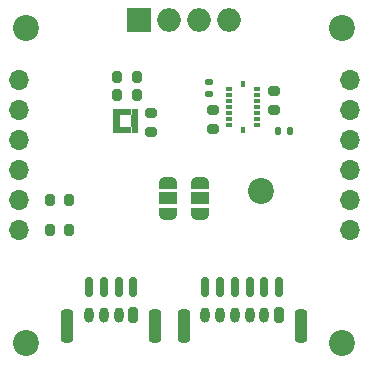
<source format=gts>
G04 #@! TF.GenerationSoftware,KiCad,Pcbnew,7.0.1*
G04 #@! TF.CreationDate,2023-07-20T02:47:45+02:00*
G04 #@! TF.ProjectId,imu_9_axis,696d755f-395f-4617-9869-732e6b696361,rev?*
G04 #@! TF.SameCoordinates,Original*
G04 #@! TF.FileFunction,Soldermask,Top*
G04 #@! TF.FilePolarity,Negative*
%FSLAX46Y46*%
G04 Gerber Fmt 4.6, Leading zero omitted, Abs format (unit mm)*
G04 Created by KiCad (PCBNEW 7.0.1) date 2023-07-20 02:47:45*
%MOMM*%
%LPD*%
G01*
G04 APERTURE LIST*
G04 Aperture macros list*
%AMRoundRect*
0 Rectangle with rounded corners*
0 $1 Rounding radius*
0 $2 $3 $4 $5 $6 $7 $8 $9 X,Y pos of 4 corners*
0 Add a 4 corners polygon primitive as box body*
4,1,4,$2,$3,$4,$5,$6,$7,$8,$9,$2,$3,0*
0 Add four circle primitives for the rounded corners*
1,1,$1+$1,$2,$3*
1,1,$1+$1,$4,$5*
1,1,$1+$1,$6,$7*
1,1,$1+$1,$8,$9*
0 Add four rect primitives between the rounded corners*
20,1,$1+$1,$2,$3,$4,$5,0*
20,1,$1+$1,$4,$5,$6,$7,0*
20,1,$1+$1,$6,$7,$8,$9,0*
20,1,$1+$1,$8,$9,$2,$3,0*%
%AMFreePoly0*
4,1,19,0.000000,0.744911,0.071157,0.744911,0.207708,0.704816,0.327430,0.627875,0.420627,0.520320,0.479746,0.390866,0.500000,0.250000,0.500000,-0.250000,0.479746,-0.390866,0.420627,-0.520320,0.327430,-0.627875,0.207708,-0.704816,0.071157,-0.744911,0.000000,-0.744911,0.000000,-0.750000,-0.550000,-0.750000,-0.550000,0.750000,0.000000,0.750000,0.000000,0.744911,0.000000,0.744911,
$1*%
%AMFreePoly1*
4,1,19,0.550000,-0.750000,0.000000,-0.750000,0.000000,-0.744911,-0.071157,-0.744911,-0.207708,-0.704816,-0.327430,-0.627875,-0.420627,-0.520320,-0.479746,-0.390866,-0.500000,-0.250000,-0.500000,0.250000,-0.479746,0.390866,-0.420627,0.520320,-0.327430,0.627875,-0.207708,0.704816,-0.071157,0.744911,0.000000,0.744911,0.000000,0.750000,0.550000,0.750000,0.550000,-0.750000,0.550000,-0.750000,
$1*%
G04 Aperture macros list end*
%ADD10C,0.010000*%
%ADD11R,0.350000X0.590000*%
%ADD12R,0.590000X0.350000*%
%ADD13RoundRect,0.135000X-0.135000X-0.185000X0.135000X-0.185000X0.135000X0.185000X-0.135000X0.185000X0*%
%ADD14O,2.000000X2.000000*%
%ADD15O,1.700000X1.700000*%
%ADD16R,2.000000X2.000000*%
%ADD17C,2.200000*%
%ADD18RoundRect,0.200000X-0.275000X0.200000X-0.275000X-0.200000X0.275000X-0.200000X0.275000X0.200000X0*%
%ADD19FreePoly0,270.000000*%
%ADD20R,1.500000X1.000000*%
%ADD21FreePoly1,270.000000*%
%ADD22RoundRect,0.135000X0.185000X-0.135000X0.185000X0.135000X-0.185000X0.135000X-0.185000X-0.135000X0*%
%ADD23RoundRect,0.200000X-0.200000X-0.275000X0.200000X-0.275000X0.200000X0.275000X-0.200000X0.275000X0*%
%ADD24RoundRect,0.200000X0.200000X0.275000X-0.200000X0.275000X-0.200000X-0.275000X0.200000X-0.275000X0*%
%ADD25RoundRect,0.250000X0.250000X1.150000X-0.250000X1.150000X-0.250000X-1.150000X0.250000X-1.150000X0*%
%ADD26RoundRect,0.150000X0.150000X0.700000X-0.150000X0.700000X-0.150000X-0.700000X0.150000X-0.700000X0*%
%ADD27O,0.800000X1.300000*%
%ADD28RoundRect,0.200000X0.200000X0.450000X-0.200000X0.450000X-0.200000X-0.450000X0.200000X-0.450000X0*%
G04 APERTURE END LIST*
D10*
X130400000Y-53325000D02*
X129950000Y-53325000D01*
X129950000Y-52900000D01*
X130400000Y-52900000D01*
X130400000Y-53325000D01*
G36*
X130400000Y-53325000D02*
G01*
X129950000Y-53325000D01*
X129950000Y-52900000D01*
X130400000Y-52900000D01*
X130400000Y-53325000D01*
G37*
X130425000Y-53825000D02*
X129950000Y-53825000D01*
X129950000Y-53425000D01*
X130425000Y-53425000D01*
X130425000Y-53825000D01*
G36*
X130425000Y-53825000D02*
G01*
X129950000Y-53825000D01*
X129950000Y-53425000D01*
X130425000Y-53425000D01*
X130425000Y-53825000D01*
G37*
X130425000Y-54325000D02*
X129950000Y-54325000D01*
X129950000Y-53925000D01*
X130425000Y-53925000D01*
X130425000Y-54325000D01*
G36*
X130425000Y-54325000D02*
G01*
X129950000Y-54325000D01*
X129950000Y-53925000D01*
X130425000Y-53925000D01*
X130425000Y-54325000D01*
G37*
X130400000Y-54850000D02*
X129950000Y-54850000D01*
X129950000Y-54425000D01*
X130400000Y-54425000D01*
X130400000Y-54850000D01*
G36*
X130400000Y-54850000D02*
G01*
X129950000Y-54850000D01*
X129950000Y-54425000D01*
X130400000Y-54425000D01*
X130400000Y-54850000D01*
G37*
X130900000Y-53350000D02*
X130500000Y-53350000D01*
X130500000Y-52875000D01*
X130900000Y-52875000D01*
X130900000Y-53350000D01*
G36*
X130900000Y-53350000D02*
G01*
X130500000Y-53350000D01*
X130500000Y-52875000D01*
X130900000Y-52875000D01*
X130900000Y-53350000D01*
G37*
X130900000Y-54875000D02*
X130500000Y-54875000D01*
X130500000Y-54400000D01*
X130900000Y-54400000D01*
X130900000Y-54875000D01*
G36*
X130900000Y-54875000D02*
G01*
X130500000Y-54875000D01*
X130500000Y-54400000D01*
X130900000Y-54400000D01*
X130900000Y-54875000D01*
G37*
X131400000Y-53350000D02*
X131000000Y-53350000D01*
X131000000Y-52875000D01*
X131400000Y-52875000D01*
X131400000Y-53350000D01*
G36*
X131400000Y-53350000D02*
G01*
X131000000Y-53350000D01*
X131000000Y-52875000D01*
X131400000Y-52875000D01*
X131400000Y-53350000D01*
G37*
X131400000Y-54875000D02*
X131000000Y-54875000D01*
X131000000Y-54400000D01*
X131400000Y-54400000D01*
X131400000Y-54875000D01*
G36*
X131400000Y-54875000D02*
G01*
X131000000Y-54875000D01*
X131000000Y-54400000D01*
X131400000Y-54400000D01*
X131400000Y-54875000D01*
G37*
X131950000Y-53825000D02*
X131475000Y-53825000D01*
X131475000Y-53425000D01*
X131950000Y-53425000D01*
X131950000Y-53825000D01*
G36*
X131950000Y-53825000D02*
G01*
X131475000Y-53825000D01*
X131475000Y-53425000D01*
X131950000Y-53425000D01*
X131950000Y-53825000D01*
G37*
X131950000Y-54325000D02*
X131475000Y-54325000D01*
X131475000Y-53925000D01*
X131950000Y-53925000D01*
X131950000Y-54325000D01*
G36*
X131950000Y-54325000D02*
G01*
X131475000Y-54325000D01*
X131475000Y-53925000D01*
X131950000Y-53925000D01*
X131950000Y-54325000D01*
G37*
X131950000Y-53325000D02*
X131500000Y-53325000D01*
X131500000Y-52900000D01*
X131950000Y-52900000D01*
X131950000Y-53325000D01*
G36*
X131950000Y-53325000D02*
G01*
X131500000Y-53325000D01*
X131500000Y-52900000D01*
X131950000Y-52900000D01*
X131950000Y-53325000D01*
G37*
X131925000Y-54850000D02*
X131500000Y-54850000D01*
X131500000Y-54400000D01*
X131925000Y-54400000D01*
X131925000Y-54850000D01*
G36*
X131925000Y-54850000D02*
G01*
X131500000Y-54850000D01*
X131500000Y-54400000D01*
X131925000Y-54400000D01*
X131925000Y-54850000D01*
G37*
D11*
X140950000Y-50810000D03*
D12*
X139785000Y-51225000D03*
X139785000Y-51725000D03*
X139785000Y-52225000D03*
X139785000Y-52725000D03*
X139785000Y-53225000D03*
X139785000Y-53725000D03*
X139785000Y-54225000D03*
D11*
X140950000Y-54640000D03*
D12*
X142115000Y-54225000D03*
X142115000Y-53725000D03*
X142115000Y-53225000D03*
X142115000Y-52725000D03*
X142115000Y-52225000D03*
X142115000Y-51725000D03*
X142115000Y-51225000D03*
D13*
X144910000Y-54750000D03*
X143890000Y-54750000D03*
D14*
X139760000Y-45345000D03*
X137220000Y-45345000D03*
D15*
X149950000Y-50425000D03*
X149950000Y-52965000D03*
X149950000Y-55505000D03*
X149950000Y-58045000D03*
X149950000Y-60585000D03*
X149950000Y-63125000D03*
X121950000Y-63125000D03*
X121950000Y-60585000D03*
X121950000Y-58045000D03*
X121950000Y-55505000D03*
X121950000Y-52965000D03*
X121950000Y-50425000D03*
D14*
X134680000Y-45345000D03*
D16*
X132140000Y-45345000D03*
D17*
X142450000Y-59807500D03*
X149300000Y-72725000D03*
D18*
X138350000Y-54600000D03*
X138350000Y-52950000D03*
D19*
X134582500Y-61740000D03*
D20*
X134582500Y-60440000D03*
D21*
X134582500Y-59140000D03*
D22*
X138075000Y-50640000D03*
X138075000Y-51660000D03*
D23*
X131925000Y-50150000D03*
X130275000Y-50150000D03*
X131925000Y-51725000D03*
X130275000Y-51725000D03*
D24*
X124575000Y-60575000D03*
X126225000Y-60575000D03*
X124575000Y-63125000D03*
X126225000Y-63125000D03*
D17*
X122600000Y-72725000D03*
D18*
X133125000Y-53200000D03*
X133125000Y-54850000D03*
D25*
X126050000Y-71275000D03*
X133500000Y-71275000D03*
D26*
X127900000Y-67925000D03*
D27*
X127900000Y-70325000D03*
D26*
X129150000Y-67925000D03*
D27*
X129150000Y-70325000D03*
D26*
X130400000Y-67925000D03*
D27*
X130400000Y-70325000D03*
D26*
X131650000Y-67925000D03*
D28*
X131650000Y-70325000D03*
D25*
X135900000Y-71275000D03*
X145850000Y-71275000D03*
D27*
X137745000Y-70325000D03*
D26*
X137750000Y-67925000D03*
D27*
X138995000Y-70325000D03*
D26*
X139000000Y-67925000D03*
D27*
X140245000Y-70325000D03*
D26*
X140250000Y-67925000D03*
D27*
X141495000Y-70325000D03*
D26*
X141500000Y-67925000D03*
D27*
X142745000Y-70325000D03*
D26*
X142750000Y-67925000D03*
D28*
X143995000Y-70325000D03*
D26*
X144000000Y-67925000D03*
D18*
X143550000Y-52975000D03*
X143550000Y-51325000D03*
D17*
X149300000Y-46025000D03*
X122600000Y-46025000D03*
D19*
X137275000Y-61750000D03*
D20*
X137275000Y-60450000D03*
D21*
X137275000Y-59150000D03*
M02*

</source>
